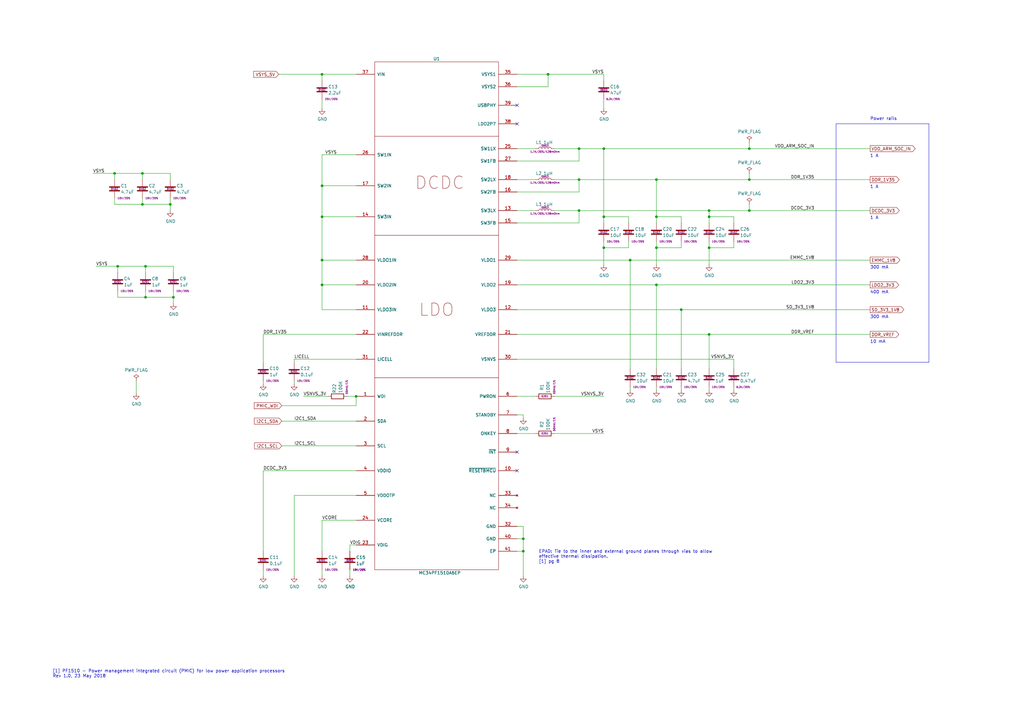
<source format=kicad_sch>
(kicad_sch (version 20230121) (generator eeschema)
  (paper "A3")
  (title_block (title "USB armory Mk II LAN") (date "2023-10-02") (rev "β") (company "WithSecure") (comment 1 "Copyright © WithSecure Corporation") (comment 2 "License: CERN-OHL-S") (comment 3 "https://github.com/usbarmory/usbarmory"))
  (lib_symbols
    (symbol "Device:C" (pin_numbers hide) (pin_names (offset 0.254))
      (property "Reference" "C" (at 0.635 2.54 0))
      (property "Value" "C" (at 0.635 -2.54 0))
      (symbol "C_0_1"
        (polyline (pts (xy -2.032 -0.762) (xy 2.032 -0.762)) (stroke (width 0.508)))
        (polyline (pts (xy -2.032 0.762) (xy 2.032 0.762)) (stroke (width 0.508)))
      )
      (symbol "C_1_1"
        (pin passive line (at 0 3.81 270) (length 2.794) (name "~") (number "1"))
        (pin passive line (at 0 -3.81 90) (length 2.794) (name "~") (number "2"))
      )
    )
    (symbol "Device:L" (pin_numbers hide) (pin_names (offset 1.016) hide)
      (property "Reference" "L" (at -1.27 0 90))
      (property "Value" "L" (at 1.905 0 90))
      (symbol "L_0_1"
        (arc (start 0 -2.54) (mid 0.6323 -1.905) (end 0 -1.27))
        (arc (start 0 -1.27) (mid 0.6323 -0.635) (end 0 0))
        (arc (start 0 0) (mid 0.6323 0.635) (end 0 1.27))
        (arc (start 0 1.27) (mid 0.6323 1.905) (end 0 2.54))
      )
      (symbol "L_1_1"
        (pin passive line (at 0 3.81 270) (length 1.27) (name "1") (number "1"))
        (pin passive line (at 0 -3.81 90) (length 1.27) (name "2") (number "2"))
      )
    )
    (symbol "Device:R" (pin_numbers hide) (pin_names (offset 0))
      (property "Reference" "R" (at 2.032 0 90))
      (property "Value" "R" (at 0 0 90))
      (symbol "R_0_1"
        (rectangle (start -1.016 -2.54) (end 1.016 2.54) (stroke (width 0.254)))
      )
      (symbol "R_1_1"
        (pin passive line (at 0 3.81 270) (length 1.27) (name "~") (number "1"))
        (pin passive line (at 0 -3.81 90) (length 1.27) (name "~") (number "2"))
      )
    )
    (symbol "Power:GND" (power) (pin_names (offset 0))
      (property "Value" "GND" (at 0 -3.81 0))
      (symbol "GND_0_1"
        (polyline (pts (xy 0 0) (xy 0 -1.27) (xy 1.27 -1.27) (xy 0 -2.54) (xy -1.27 -1.27) (xy 0 -1.27)))
      )
      (symbol "GND_1_1"
        (pin power_in line (at 0 0 270) (length 0) hide (name "GND") (number "1"))
      )
    )
    (symbol "Power:PWR_FLAG" (power) (pin_numbers hide) (pin_names (offset 0) hide)
      (property "Value" "PWR_FLAG" (at 0 3.81 0))
      (symbol "PWR_FLAG_0_0"
        (pin power_out line (at 0 0 90) (length 0) (name "pwr") (number "1"))
      )
      (symbol "PWR_FLAG_0_1"
        (polyline (pts (xy 0 0) (xy 0 1.27) (xy -1.016 1.905) (xy 0 2.54) (xy 1.016 1.905) (xy 0 1.27)))
      )
    )
    (symbol "armory-mkII:MC32PF1510A3EP" (pin_names (offset 1.016))
      (property "Reference" "U" (at -25.4 -209.55 0))
      (property "Value" "MC32PF1510A3EP" (at 16.51 -209.55 0))
      (symbol "MC32PF1510A3EP_0_0"
        (polyline (pts (xy -26.67 -129.54) (xy 24.13 -129.54)))
        (text "DCDC" (at 0 -49.53 0) (effects (font (size 5.08 5.08))))
        (text "LDO" (at -1.27 -101.6 0) (effects (font (size 5.08 5.08))))
      )
      (symbol "MC32PF1510A3EP_0_1"
        (polyline (pts (xy -26.67 -30.48) (xy 24.13 -30.48)))
        (polyline (pts (xy 24.13 -71.12) (xy -26.67 -71.12)))
      )
      (symbol "MC32PF1510A3EP_1_1"
        (rectangle (start -26.67 0) (end 24.13 -208.28))
        (pin input line (at -34.29 -137.16 0) (length 7.62) (name "WDI") (number "1"))
        (pin output line (at 31.75 -167.64 180) (length 7.62) (name "~{RESETBMCU}") (number "10"))
        (pin power_in line (at -34.29 -101.6 0) (length 7.62) (name "VLDO3IN") (number "11"))
        (pin power_out line (at 31.75 -101.6 180) (length 7.62) (name "VLDO3") (number "12"))
        (pin power_out line (at 31.75 -60.96 180) (length 7.62) (name "SW3LX") (number "13"))
        (pin power_in line (at -34.29 -63.5 0) (length 7.62) (name "SW3IN") (number "14"))
        (pin input line (at 31.75 -66.04 180) (length 7.62) (name "SW3FB") (number "15"))
        (pin input line (at 31.75 -53.34 180) (length 7.62) (name "SW2FB") (number "16"))
        (pin power_in line (at -34.29 -50.8 0) (length 7.62) (name "SW2IN") (number "17"))
        (pin power_out line (at 31.75 -48.26 180) (length 7.62) (name "SW2LX") (number "18"))
        (pin power_out line (at 31.75 -91.44 180) (length 7.62) (name "VLDO2") (number "19"))
        (pin input line (at -34.29 -147.32 0) (length 7.62) (name "SDA") (number "2"))
        (pin power_in line (at -34.29 -91.44 0) (length 7.62) (name "VLDO2IN") (number "20"))
        (pin power_out line (at 31.75 -111.76 180) (length 7.62) (name "VREFDDR") (number "21"))
        (pin power_in line (at -34.29 -111.76 0) (length 7.62) (name "VINREFDDR") (number "22"))
        (pin input line (at -34.29 -198.12 0) (length 7.62) (name "VDIG") (number "23"))
        (pin input line (at -34.29 -187.96 0) (length 7.62) (name "VCORE") (number "24"))
        (pin power_out line (at 31.75 -35.56 180) (length 7.62) (name "SW1LX") (number "25"))
        (pin power_in line (at -34.29 -38.1 0) (length 7.62) (name "SW1IN") (number "26"))
        (pin input line (at 31.75 -40.64 180) (length 7.62) (name "SW1FB") (number "27"))
        (pin power_in line (at -34.29 -81.28 0) (length 7.62) (name "VLDO1IN") (number "28"))
        (pin power_out line (at 31.75 -81.28 180) (length 7.62) (name "VLDO1") (number "29"))
        (pin input line (at -34.29 -157.48 0) (length 7.62) (name "SCL") (number "3"))
        (pin power_out line (at 31.75 -121.92 180) (length 7.62) (name "VSNVS") (number "30"))
        (pin input line (at -34.29 -121.92 0) (length 7.62) (name "LICELL") (number "31"))
        (pin power_in line (at 31.75 -190.5 180) (length 7.62) (name "GND") (number "32"))
        (pin no_connect line (at 31.75 -177.8 180) (length 7.62) (name "NC") (number "33"))
        (pin no_connect line (at 31.75 -182.88 180) (length 7.62) (name "NC") (number "34"))
        (pin power_out line (at 31.75 -5.08 180) (length 7.62) (name "VSYS1") (number "35"))
        (pin passive line (at 31.75 -10.16 180) (length 7.62) (name "VSYS2") (number "36"))
        (pin power_in line (at -34.29 -5.08 0) (length 7.62) (name "VIN") (number "37"))
        (pin power_out line (at 31.75 -25.4 180) (length 7.62) (name "LDO2P7") (number "38"))
        (pin power_out line (at 31.75 -17.78 180) (length 7.62) (name "USBPHY") (number "39"))
        (pin power_in line (at -34.29 -167.64 0) (length 7.62) (name "VDDIO") (number "4"))
        (pin power_in line (at 31.75 -195.58 180) (length 7.62) (name "GND") (number "40"))
        (pin power_in line (at 31.75 -200.66 180) (length 7.62) (name "EP") (number "41"))
        (pin power_in line (at -34.29 -177.8 0) (length 7.62) (name "VDDOTP") (number "5"))
        (pin input line (at 31.75 -137.16 180) (length 7.62) (name "PWRON") (number "6"))
        (pin input line (at 31.75 -144.78 180) (length 7.62) (name "STANDBY") (number "7"))
        (pin input line (at 31.75 -152.4 180) (length 7.62) (name "ONKEY") (number "8"))
        (pin output line (at 31.75 -160.02 180) (length 7.62) (name "~{INT}") (number "9"))
      )
    )
  )
  (junction (at 132.08 106.68))
  (junction (at 247.65 60.96))
  (junction (at 59.69 109.22))
  (junction (at 132.08 30.48))
  (junction (at 290.83 88.9))
  (junction (at 132.08 76.2))
  (junction (at 290.83 86.36))
  (junction (at 269.24 101.6))
  (junction (at 146.05 162.56))
  (junction (at 237.49 60.96))
  (junction (at 132.08 116.84))
  (junction (at 214.63 226.06))
  (junction (at 307.34 86.36))
  (junction (at 214.63 220.98))
  (junction (at 132.08 88.9))
  (junction (at 247.65 88.9))
  (junction (at 307.34 73.66))
  (junction (at 247.65 101.6))
  (junction (at 269.24 116.84))
  (junction (at 46.99 71.12))
  (junction (at 224.79 30.48))
  (junction (at 58.42 71.12))
  (junction (at 48.26 109.22))
  (junction (at 71.12 121.92))
  (junction (at 269.24 73.66))
  (junction (at 279.4 127))
  (junction (at 237.49 86.36))
  (junction (at 290.83 137.16))
  (junction (at 269.24 88.9))
  (junction (at 58.42 83.82))
  (junction (at 258.445 106.68))
  (junction (at 307.34 60.96))
  (junction (at 237.49 73.66))
  (junction (at 69.85 83.82))
  (junction (at 59.69 121.92))
  (junction (at 290.83 101.6))
  (no_connect (at 212.09 193.04))
  (no_connect (at 212.09 43.18))
  (no_connect (at 212.09 50.8))
  (no_connect (at 212.09 185.42))
  (wire (pts (xy 227.33 73.66) (xy 237.49 73.66)))
  (wire (pts (xy 269.24 91.44) (xy 269.24 88.9)))
  (wire (pts (xy 237.49 60.96) (xy 247.65 60.96)))
  (wire (pts (xy 257.81 101.6) (xy 247.65 101.6)))
  (wire (pts (xy 69.85 83.82) (xy 69.85 86.36)))
  (wire (pts (xy 214.63 215.9) (xy 214.63 220.98)))
  (wire (pts (xy 48.26 109.22) (xy 48.26 111.76)))
  (wire (pts (xy 46.99 83.82) (xy 58.42 83.82)))
  (wire (pts (xy 107.95 193.04) (xy 146.05 193.04)))
  (wire (pts (xy 212.09 127) (xy 279.4 127)))
  (wire (pts (xy 237.49 66.04) (xy 237.49 60.96)))
  (wire (pts (xy 290.83 91.44) (xy 290.83 88.9)))
  (wire (pts (xy 48.26 121.92) (xy 59.69 121.92)))
  (wire (pts (xy 46.99 73.66) (xy 46.99 71.12)))
  (wire (pts (xy 142.24 162.56) (xy 146.05 162.56)))
  (wire (pts (xy 258.445 151.13) (xy 258.445 106.68)))
  (wire (pts (xy 212.09 116.84) (xy 269.24 116.84)))
  (wire (pts (xy 237.49 91.44) (xy 237.49 86.36)))
  (wire (pts (xy 146.05 127) (xy 132.08 127)))
  (wire (pts (xy 107.95 233.68) (xy 107.95 236.22)))
  (wire (pts (xy 307.34 73.66) (xy 356.87 73.66)))
  (wire (pts (xy 279.4 99.06) (xy 279.4 101.6)))
  (wire (pts (xy 212.09 220.98) (xy 214.63 220.98)))
  (wire (pts (xy 269.24 88.9) (xy 269.24 73.66)))
  (wire (pts (xy 212.09 226.06) (xy 214.63 226.06)))
  (wire (pts (xy 132.08 40.64) (xy 132.08 44.45)))
  (wire (pts (xy 212.09 86.36) (xy 219.71 86.36)))
  (wire (pts (xy 212.09 30.48) (xy 224.79 30.48)))
  (wire (pts (xy 212.09 91.44) (xy 237.49 91.44)))
  (wire (pts (xy 146.05 106.68) (xy 132.08 106.68)))
  (wire (pts (xy 279.4 127) (xy 279.4 151.13)))
  (wire (pts (xy 132.08 33.02) (xy 132.08 30.48)))
  (wire (pts (xy 257.81 99.06) (xy 257.81 101.6)))
  (wire (pts (xy 247.65 101.6) (xy 247.65 108.585)))
  (wire (pts (xy 146.05 88.9) (xy 132.08 88.9)))
  (wire (pts (xy 307.34 83.82) (xy 307.34 86.36)))
  (wire (pts (xy 290.83 88.9) (xy 290.83 86.36)))
  (wire (pts (xy 146.05 63.5) (xy 132.08 63.5)))
  (polyline (pts (xy 342.9 148.59) (xy 342.9 50.8)))
  (wire (pts (xy 290.83 158.75) (xy 290.83 160.02)))
  (wire (pts (xy 212.09 147.32) (xy 300.99 147.32)))
  (wire (pts (xy 71.12 121.92) (xy 71.12 124.46)))
  (wire (pts (xy 290.83 86.36) (xy 307.34 86.36)))
  (wire (pts (xy 269.24 99.06) (xy 269.24 101.6)))
  (wire (pts (xy 120.65 203.2) (xy 146.05 203.2)))
  (wire (pts (xy 212.09 66.04) (xy 237.49 66.04)))
  (wire (pts (xy 39.37 109.22) (xy 48.26 109.22)))
  (wire (pts (xy 59.69 111.76) (xy 59.69 109.22)))
  (wire (pts (xy 132.08 88.9) (xy 132.08 106.68)))
  (wire (pts (xy 55.88 156.21) (xy 55.88 161.29)))
  (wire (pts (xy 224.79 30.48) (xy 247.65 30.48)))
  (wire (pts (xy 247.65 88.9) (xy 247.65 91.44)))
  (wire (pts (xy 107.95 137.16) (xy 146.05 137.16)))
  (wire (pts (xy 237.49 73.66) (xy 269.24 73.66)))
  (wire (pts (xy 258.445 106.68) (xy 356.87 106.68)))
  (wire (pts (xy 143.51 233.68) (xy 143.51 236.22)))
  (wire (pts (xy 269.24 73.66) (xy 307.34 73.66)))
  (wire (pts (xy 212.09 78.74) (xy 237.49 78.74)))
  (wire (pts (xy 115.57 182.88) (xy 146.05 182.88)))
  (wire (pts (xy 71.12 111.76) (xy 71.12 109.22)))
  (wire (pts (xy 146.05 76.2) (xy 132.08 76.2)))
  (wire (pts (xy 48.26 109.22) (xy 59.69 109.22)))
  (wire (pts (xy 146.05 116.84) (xy 132.08 116.84)))
  (wire (pts (xy 279.4 127) (xy 356.87 127)))
  (wire (pts (xy 134.62 162.56) (xy 124.46 162.56)))
  (wire (pts (xy 132.08 63.5) (xy 132.08 76.2)))
  (wire (pts (xy 212.09 60.96) (xy 219.71 60.96)))
  (wire (pts (xy 120.65 147.32) (xy 146.05 147.32)))
  (wire (pts (xy 38.1 71.12) (xy 46.99 71.12)))
  (wire (pts (xy 227.33 86.36) (xy 237.49 86.36)))
  (polyline (pts (xy 381 50.8) (xy 381 148.59)))
  (polyline (pts (xy 381 148.59) (xy 342.9 148.59)))
  (wire (pts (xy 107.95 156.21) (xy 107.95 157.48)))
  (wire (pts (xy 59.69 109.22) (xy 71.12 109.22)))
  (wire (pts (xy 227.33 177.8) (xy 247.65 177.8)))
  (wire (pts (xy 114.3 30.48) (xy 132.08 30.48)))
  (wire (pts (xy 120.65 147.32) (xy 120.65 148.59)))
  (wire (pts (xy 300.99 88.9) (xy 300.99 91.44)))
  (wire (pts (xy 269.24 101.6) (xy 269.24 108.585)))
  (wire (pts (xy 214.63 170.18) (xy 214.63 171.45)))
  (wire (pts (xy 59.69 121.92) (xy 71.12 121.92)))
  (wire (pts (xy 247.65 33.02) (xy 247.65 30.48)))
  (wire (pts (xy 107.95 193.04) (xy 107.95 226.06)))
  (wire (pts (xy 132.08 106.68) (xy 132.08 116.84)))
  (wire (pts (xy 269.24 88.9) (xy 279.4 88.9)))
  (wire (pts (xy 307.34 58.42) (xy 307.34 60.96)))
  (wire (pts (xy 258.445 158.75) (xy 258.445 160.02)))
  (wire (pts (xy 132.08 233.68) (xy 132.08 236.22)))
  (wire (pts (xy 247.65 99.06) (xy 247.65 101.6)))
  (wire (pts (xy 247.65 60.96) (xy 307.34 60.96)))
  (wire (pts (xy 69.85 71.12) (xy 69.85 73.66)))
  (wire (pts (xy 237.49 86.36) (xy 290.83 86.36)))
  (wire (pts (xy 132.08 213.36) (xy 146.05 213.36)))
  (wire (pts (xy 227.33 60.96) (xy 237.49 60.96)))
  (wire (pts (xy 219.71 162.56) (xy 212.09 162.56)))
  (polyline (pts (xy 342.9 50.8) (xy 381 50.8)))
  (wire (pts (xy 115.57 166.37) (xy 146.05 166.37)))
  (wire (pts (xy 247.65 40.64) (xy 247.65 44.45)))
  (wire (pts (xy 146.05 223.52) (xy 143.51 223.52)))
  (wire (pts (xy 290.83 88.9) (xy 300.99 88.9)))
  (wire (pts (xy 212.09 35.56) (xy 224.79 35.56)))
  (wire (pts (xy 143.51 223.52) (xy 143.51 226.06)))
  (wire (pts (xy 58.42 71.12) (xy 69.85 71.12)))
  (wire (pts (xy 132.08 116.84) (xy 132.08 127)))
  (wire (pts (xy 212.09 137.16) (xy 290.83 137.16)))
  (wire (pts (xy 214.63 220.98) (xy 214.63 226.06)))
  (wire (pts (xy 71.12 119.38) (xy 71.12 121.92)))
  (wire (pts (xy 279.4 158.75) (xy 279.4 160.02)))
  (wire (pts (xy 307.34 86.36) (xy 356.87 86.36)))
  (wire (pts (xy 279.4 88.9) (xy 279.4 91.44)))
  (wire (pts (xy 48.26 119.38) (xy 48.26 121.92)))
  (wire (pts (xy 132.08 30.48) (xy 146.05 30.48)))
  (wire (pts (xy 300.99 147.32) (xy 300.99 151.13)))
  (wire (pts (xy 247.65 60.96) (xy 247.65 88.9)))
  (wire (pts (xy 58.42 83.82) (xy 69.85 83.82)))
  (wire (pts (xy 269.24 116.84) (xy 356.87 116.84)))
  (wire (pts (xy 212.09 106.68) (xy 258.445 106.68)))
  (wire (pts (xy 132.08 213.36) (xy 132.08 226.06)))
  (wire (pts (xy 59.69 119.38) (xy 59.69 121.92)))
  (wire (pts (xy 279.4 101.6) (xy 269.24 101.6)))
  (wire (pts (xy 247.65 88.9) (xy 257.81 88.9)))
  (wire (pts (xy 257.81 88.9) (xy 257.81 91.44)))
  (wire (pts (xy 237.49 78.74) (xy 237.49 73.66)))
  (wire (pts (xy 307.34 71.12) (xy 307.34 73.66)))
  (wire (pts (xy 120.65 203.2) (xy 120.65 236.22)))
  (wire (pts (xy 269.24 158.75) (xy 269.24 160.02)))
  (wire (pts (xy 214.63 226.06) (xy 214.63 236.22)))
  (wire (pts (xy 46.99 81.28) (xy 46.99 83.82)))
  (wire (pts (xy 120.65 156.21) (xy 120.65 157.48)))
  (wire (pts (xy 269.24 151.13) (xy 269.24 116.84)))
  (wire (pts (xy 46.99 71.12) (xy 58.42 71.12)))
  (wire (pts (xy 307.34 60.96) (xy 356.87 60.96)))
  (wire (pts (xy 300.99 101.6) (xy 290.83 101.6)))
  (wire (pts (xy 69.85 81.28) (xy 69.85 83.82)))
  (wire (pts (xy 132.08 76.2) (xy 132.08 88.9)))
  (wire (pts (xy 212.09 170.18) (xy 214.63 170.18)))
  (wire (pts (xy 107.95 137.16) (xy 107.95 148.59)))
  (wire (pts (xy 300.99 99.06) (xy 300.99 101.6)))
  (wire (pts (xy 290.83 99.06) (xy 290.83 101.6)))
  (wire (pts (xy 227.33 162.56) (xy 247.65 162.56)))
  (wire (pts (xy 212.09 73.66) (xy 219.71 73.66)))
  (wire (pts (xy 58.42 73.66) (xy 58.42 71.12)))
  (wire (pts (xy 146.05 166.37) (xy 146.05 162.56)))
  (wire (pts (xy 58.42 81.28) (xy 58.42 83.82)))
  (wire (pts (xy 224.79 35.56) (xy 224.79 30.48)))
  (wire (pts (xy 300.99 158.75) (xy 300.99 160.02)))
  (wire (pts (xy 212.09 177.8) (xy 219.71 177.8)))
  (wire (pts (xy 115.57 172.72) (xy 146.05 172.72)))
  (wire (pts (xy 290.83 101.6) (xy 290.83 108.585)))
  (wire (pts (xy 290.83 137.16) (xy 356.87 137.16)))
  (wire (pts (xy 212.09 215.9) (xy 214.63 215.9)))
  (wire (pts (xy 290.83 137.16) (xy 290.83 151.13)))
  (text "Power rails" (at 356.87 49.53 0) (effects (font (size 1.27 1.27)) (justify left bottom)))
  (text "1 A" (at 356.87 64.77 0) (effects (font (size 1.27 1.27)) (justify left bottom)))
  (text "300 mA" (at 356.87 130.81 0) (effects (font (size 1.27 1.27)) (justify left bottom)))
  (text "300 mA" (at 356.87 110.49 0) (effects (font (size 1.27 1.27)) (justify left bottom)))
  (text "EPAD: Tie to the inner and external ground planes through vias to allow\neffective thermal dissipation.\n[1] pg 8" (at 220.98 231.14 0) (effects (font (size 1.27 1.27)) (justify left bottom)))
  (text "10 mA" (at 356.87 140.97 0) (effects (font (size 1.27 1.27)) (justify left bottom)))
  (text "1 A" (at 356.87 90.17 0) (effects (font (size 1.27 1.27)) (justify left bottom)))
  (text "[1] PF1510 - Power management integrated circuit (PMIC) for low power application processors\nRev 1.0, 23 May 2018" (at 21.59 278.13 0) (effects (font (size 1.27 1.27)) (justify left bottom)))
  (text "400 mA" (at 356.87 120.65 0) (effects (font (size 1.27 1.27)) (justify left bottom)))
  (text "1 A" (at 356.87 77.47 0) (effects (font (size 1.27 1.27)) (justify left bottom)))
  (label "DDR_VREF" (at 334.01 137.16 180))
  (label "DCDC_3V3" (at 334.01 86.36 180))
  (label "VCORE" (at 132.08 213.36 0))
  (label "VSNVS_3V" (at 247.65 162.56 180))
  (label "DDR_1V35" (at 334.01 73.66 180))
  (label "VSNVS_3V" (at 124.46 162.56 0))
  (label "VDIG" (at 143.51 223.52 0))
  (label "VSYS" (at 247.65 177.8 180))
  (label "LICELL" (at 120.65 147.32 0))
  (label "DCDC_3V3" (at 107.95 193.04 0))
  (label "DDR_1V35" (at 107.95 137.16 0))
  (label "SD_3V3_1V8" (at 334.01 127 180))
  (label "I2C1_SCL" (at 120.65 182.88 0))
  (label "VSYS" (at 39.37 109.22 0))
  (label "VSYS" (at 38.1 71.12 0))
  (label "VSNVS_3V" (at 300.99 147.32 180))
  (label "EMMC_1V8" (at 334.01 106.68 180))
  (label "VDD_ARM_SOC_IN" (at 334.01 60.96 180))
  (label "VSYS" (at 247.65 30.48 180))
  (label "VSYS" (at 133.35 63.5 0))
  (label "LDO2_3V3" (at 334.01 116.84 180))
  (label "I2C1_SDA" (at 120.65 172.72 0))
  (global_label "SD_3V3_1V8" (shape output) (at 356.87 127 0) (property "Intersheetrefs" "${INTERSHEET_REFS}" (effects hide)))
  (global_label "I2C1_SDA" (shape input) (at 115.57 172.72 180) (property "Intersheetrefs" "${INTERSHEET_REFS}" (effects hide)))
  (global_label "DDR_VREF" (shape output) (at 356.87 137.16 0) (property "Intersheetrefs" "${INTERSHEET_REFS}" (effects hide)))
  (global_label "DDR_1V35" (shape output) (at 356.87 73.66 0) (property "Intersheetrefs" "${INTERSHEET_REFS}" (effects hide)))
  (global_label "PMIC_WDI" (shape input) (at 115.57 166.37 180) (property "Intersheetrefs" "${INTERSHEET_REFS}" (effects hide)))
  (global_label "I2C1_SCL" (shape input) (at 115.57 182.88 180) (property "Intersheetrefs" "${INTERSHEET_REFS}" (effects hide)))
  (global_label "LDO2_3V3" (shape output) (at 356.87 116.84 0) (property "Intersheetrefs" "${INTERSHEET_REFS}" (effects hide)))
  (global_label "VDD_ARM_SOC_IN" (shape output) (at 356.87 60.96 0) (property "Intersheetrefs" "${INTERSHEET_REFS}" (effects hide)))
  (global_label "VSYS_5V" (shape input) (at 114.3 30.48 180) (property "Intersheetrefs" "${INTERSHEET_REFS}" (effects hide)))
  (global_label "EMMC_1V8" (shape output) (at 356.87 106.68 0) (property "Intersheetrefs" "${INTERSHEET_REFS}" (effects hide)))
  (global_label "DCDC_3V3" (shape output) (at 356.87 86.36 0) (property "Intersheetrefs" "${INTERSHEET_REFS}" (effects hide)))
  (symbol (lib_id "Power:GND") (at 214.63 236.22 0) (unit 1)
    (property "Reference" "#PWR014" (effects hide))
    (property "Value" "GND" (at 214.757 240.6142 0))
  )
  (symbol (lib_id "Power:GND") (at 120.65 157.48 0) (unit 1)
    (property "Reference" "#PWR08" (effects hide))
    (property "Value" "GND" (at 120.777 161.8742 0))
  )
  (symbol (lib_id "Power:GND") (at 71.12 124.46 0) (unit 1)
    (property "Reference" "#PWR05" (effects hide))
    (property "Value" "GND" (at 71.247 128.8542 0))
  )
  (symbol (lib_id "Power:GND") (at 69.85 86.36 0) (unit 1)
    (property "Reference" "#PWR02" (effects hide))
    (property "Value" "GND" (at 69.977 90.7542 0))
  )
  (symbol (lib_id "Power:GND") (at 269.24 160.02 0) (unit 1)
    (property "Reference" "#PWR019" (effects hide))
    (property "Value" "GND" (at 269.367 164.4142 0))
  )
  (symbol (lib_id "Power:GND") (at 279.4 160.02 0) (unit 1)
    (property "Reference" "#PWR020" (effects hide))
    (property "Value" "GND" (at 279.527 164.4142 0))
  )
  (symbol (lib_id "Device:C") (at 300.99 154.94 0) (unit 1)
    (property "Reference" "C27" (at 303.53 153.67 0) (effects (justify left)))
    (property "Value" "0.47uF" (at 303.53 156.21 0) (effects (justify left)))
    (property "Footprint" "armory-kicad:SM0201" (effects hide))
    (property "Mfg" "Murata Electronics North America" (effects hide))
    (property "Mfg PN" "GRM033R60J474ME90D" (effects hide))
    (property "Desc" "X5R, 20%, 6.3V" (effects hide))
    (property "Supplier" "Digikey" (effects hide))
    (property "Supplier PN" "490-10410-2-ND" (effects hide))
    (property "FP" "0201" (at 300.99 154.94 0) (effects (font (size 0.762 0.762))))
    (property "Rating" "6.3V/20%" (at 304.8 158.75 0) (effects (font (size 0.762 0.762))))
  )
  (symbol (lib_id "Power:GND") (at 300.99 160.02 0) (unit 1)
    (property "Reference" "#PWR023" (effects hide))
    (property "Value" "GND" (at 301.117 164.4142 0))
  )
  (symbol (lib_id "Device:L") (at 223.52 60.96 90) (unit 1)
    (property "Reference" "L1" (at 220.98 58.42 90))
    (property "Value" "1uH" (at 224.79 58.42 90))
    (property "Footprint" "armory-kicad:SM0603" (effects hide))
    (property "Mfg" "Murata Electronics North America" (effects hide))
    (property "Mfg PN" "DFE18SAN1R0MG0L" (effects hide))
    (property "Desc" "20%, 1.7A, 128 mOhm" (effects hide))
    (property "Supplier" "Digikey" (effects hide))
    (property "Supplier PN" "490-16577-1-ND" (effects hide))
    (property "FP" "0603" (at 223.52 59.69 90) (effects (font (size 0.762 0.762))))
    (property "Rating" "1.7A/20%/128mOhm" (at 223.52 62.23 90) (effects (font (size 0.762 0.762))))
  )
  (symbol (lib_id "Power:GND") (at 247.65 108.585 0) (unit 1)
    (property "Reference" "#PWR016" (effects hide))
    (property "Value" "GND" (at 247.777 112.9792 0))
  )
  (symbol (lib_id "Power:GND") (at 269.24 108.585 0) (unit 1)
    (property "Reference" "#PWR018" (effects hide))
    (property "Value" "GND" (at 269.367 112.9792 0))
  )
  (symbol (lib_id "Power:GND") (at 290.83 108.585 0) (unit 1)
    (property "Reference" "#PWR021" (effects hide))
    (property "Value" "GND" (at 290.957 112.9792 0))
  )
  (symbol (lib_id "Power:GND") (at 290.83 160.02 0) (unit 1)
    (property "Reference" "#PWR022" (effects hide))
    (property "Value" "GND" (at 290.957 164.4142 0))
  )
  (symbol (lib_id "armory-mkII:MC32PF1510A3EP") (at 180.34 25.4 0) (unit 1)
    (property "Reference" "U1" (at 179.07 24.13 0))
    (property "Value" "MC34PF1510A6EP" (at 180.34 234.95 0))
    (property "Footprint" "armory-kicad:SOT1369-4" (effects hide))
    (property "Datasheet" "https://www.nxp.com/docs/en/data-sheet/PF1510.pdf" (effects hide))
    (property "Mfg" "NXP" (effects hide))
    (property "Mfg PN" "MC34PF1510A6EP" (effects hide))
    (property "Desc" "PMIC" (effects hide))
    (property "Supplier" "Digikey" (effects hide))
    (property "Supplier PN" "568-14653-1-ND" (effects hide))
    (property "Alternative PN" "MC32PF1510A6EP" (effects hide))
  )
  (symbol (lib_id "Power:PWR_FLAG") (at 307.34 83.82 0) (unit 1)
    (property "Reference" "#FLG04" (effects hide))
    (property "Value" "PWR_FLAG" (at 307.34 79.4004 0))
  )
  (symbol (lib_id "Power:PWR_FLAG") (at 307.34 71.12 0) (unit 1)
    (property "Reference" "#FLG03" (effects hide))
    (property "Value" "PWR_FLAG" (at 307.34 66.7004 0))
  )
  (symbol (lib_id "Power:PWR_FLAG") (at 307.34 58.42 0) (unit 1)
    (property "Reference" "#FLG02" (effects hide))
    (property "Value" "PWR_FLAG" (at 307.34 54.0004 0))
  )
  (symbol (lib_id "Power:GND") (at 143.51 236.22 0) (unit 1)
    (property "Reference" "#PWR012" (effects hide))
    (property "Value" "GND" (at 143.637 240.6142 0))
  )
  (symbol (lib_id "Power:GND") (at 132.08 236.22 0) (unit 1)
    (property "Reference" "#PWR011" (effects hide))
    (property "Value" "GND" (at 132.207 240.6142 0))
  )
  (symbol (lib_id "Power:GND") (at 120.65 236.22 0) (unit 1)
    (property "Reference" "#PWR09" (effects hide))
    (property "Value" "GND" (at 120.777 240.6142 0))
  )
  (symbol (lib_id "Device:C") (at 247.65 36.83 0) (unit 1)
    (property "Reference" "C16" (at 250.19 35.56 0) (effects (justify left)))
    (property "Value" "47uF" (at 250.19 38.1 0) (effects (justify left)))
    (property "Footprint" "armory-kicad:SM0603" (effects hide))
    (property "Mfg" "Murata Electronics North America" (effects hide))
    (property "Mfg PN" "GRM188R60J476ME15D" (effects hide))
    (property "Desc" "X5R, 20%, 6.3V" (effects hide))
    (property "Supplier" "Digikey" (effects hide))
    (property "Supplier PN" "490-13247-1-ND" (effects hide))
    (property "FP" "0603" (at 247.65 36.83 0) (effects (font (size 0.762 0.762))))
    (property "Rating" "6.3V/20%" (at 251.46 40.64 0) (effects (font (size 0.762 0.762))))
    (property "Alternative PN" "06036D476MAT2A" (effects hide))
  )
  (symbol (lib_id "Power:GND") (at 247.65 44.45 0) (unit 1)
    (property "Reference" "#PWR015" (effects hide))
    (property "Value" "GND" (at 247.777 48.8442 0))
  )
  (symbol (lib_id "Power:GND") (at 132.08 44.45 0) (unit 1)
    (property "Reference" "#PWR010" (effects hide))
    (property "Value" "GND" (at 132.207 48.8442 0))
  )
  (symbol (lib_id "Device:R") (at 138.43 162.56 90) (unit 1)
    (property "Reference" "R22" (at 137.16 161.29 0) (effects (justify left)))
    (property "Value" "100K" (at 139.7 161.29 0) (effects (justify left)))
    (property "Footprint" "armory-kicad:SM0201" (effects hide))
    (property "Mfg" "Vishay Dale" (effects hide))
    (property "Mfg PN" "CRCW0201100KJNED" (effects hide))
    (property "Desc" "5%, 50mW" (effects hide))
    (property "Supplier" "Digikey" (effects hide))
    (property "Supplier PN" "541-100KAGTR-ND" (effects hide))
    (property "Rating" "50mW/1%" (at 142.24 158.75 0) (effects (font (size 0.762 0.762))))
    (property "FP" "0201" (effects hide))
  )
  (symbol (lib_id "Device:C") (at 46.99 77.47 0) (unit 1)
    (property "Reference" "C1" (at 49.53 76.2 0) (effects (justify left)))
    (property "Value" "4.7uF" (at 49.53 78.74 0) (effects (justify left)))
    (property "Footprint" "armory-kicad:SM0402" (effects hide))
    (property "Mfg" "Murata Electronics North America" (effects hide))
    (property "Mfg PN" "ZRB15XR61A475ME01D" (effects hide))
    (property "Desc" "X5R, 20%, 10V" (effects hide))
    (property "Supplier" "Digikey" (effects hide))
    (property "Supplier PN" "490-10984-1-ND" (effects hide))
    (property "FP" "0402" (at 46.99 77.47 0) (effects (font (size 0.762 0.762))))
    (property "Rating" "10V/20%" (at 50.8 81.28 0) (effects (font (size 0.762 0.762))))
  )
  (symbol (lib_id "Device:C") (at 58.42 77.47 0) (unit 1)
    (property "Reference" "C2" (at 60.96 76.2 0) (effects (justify left)))
    (property "Value" "4.7uF" (at 60.96 78.74 0) (effects (justify left)))
    (property "Footprint" "armory-kicad:SM0402" (effects hide))
    (property "Mfg" "Murata Electronics North America" (effects hide))
    (property "Mfg PN" "ZRB15XR61A475ME01D" (effects hide))
    (property "Desc" "X5R, 20%, 10V" (effects hide))
    (property "Supplier" "Digikey" (effects hide))
    (property "Supplier PN" "490-10984-1-ND" (effects hide))
    (property "FP" "0402" (at 58.42 77.47 0) (effects (font (size 0.762 0.762))))
    (property "Rating" "10V/20%" (at 62.23 81.28 0) (effects (font (size 0.762 0.762))))
  )
  (symbol (lib_id "Device:C") (at 69.85 77.47 0) (unit 1)
    (property "Reference" "C3" (at 72.39 76.2 0) (effects (justify left)))
    (property "Value" "4.7uF" (at 72.39 78.74 0) (effects (justify left)))
    (property "Footprint" "armory-kicad:SM0402" (effects hide))
    (property "Mfg" "Murata Electronics North America" (effects hide))
    (property "Mfg PN" "ZRB15XR61A475ME01D" (effects hide))
    (property "Desc" "X5R, 20%, 10V" (effects hide))
    (property "Supplier" "Digikey" (effects hide))
    (property "Supplier PN" "490-10984-1-ND" (effects hide))
    (property "FP" "0402" (at 69.85 77.47 0) (effects (font (size 0.762 0.762))))
    (property "Rating" "10V/20%" (at 73.66 81.28 0) (effects (font (size 0.762 0.762))))
  )
  (symbol (lib_id "Device:C") (at 48.26 115.57 0) (unit 1)
    (property "Reference" "C4" (at 50.8 114.3 0) (effects (justify left)))
    (property "Value" "1uF" (at 50.8 116.84 0) (effects (justify left)))
    (property "Footprint" "armory-kicad:SM0201" (effects hide))
    (property "Mfg" "Murata Electronics North America" (effects hide))
    (property "Mfg PN" "GRM033R61A105ME15D" (effects hide))
    (property "Desc" "X5R, 20%, 10V" (effects hide))
    (property "Supplier" "Digikey" (effects hide))
    (property "Supplier PN" "490-13226-2-ND" (effects hide))
    (property "FP" "0201" (at 48.26 115.57 0) (effects (font (size 0.762 0.762))))
    (property "Rating" "10V/20%" (at 52.07 119.38 0) (effects (font (size 0.762 0.762))))
    (property "Alternative PN" "CL03A105KP3NSNC" (effects hide))
  )
  (symbol (lib_id "Device:C") (at 59.69 115.57 0) (unit 1)
    (property "Reference" "C8" (at 62.23 114.3 0) (effects (justify left)))
    (property "Value" "1uF" (at 62.23 116.84 0) (effects (justify left)))
    (property "Footprint" "armory-kicad:SM0201" (effects hide))
    (property "Mfg" "Murata Electronics North America" (effects hide))
    (property "Mfg PN" "GRM033R61A105ME15D" (effects hide))
    (property "Desc" "X5R, 20%, 10V" (effects hide))
    (property "Supplier" "Digikey" (effects hide))
    (property "Supplier PN" "490-13226-2-ND" (effects hide))
    (property "FP" "0201" (at 59.69 115.57 0) (effects (font (size 0.762 0.762))))
    (property "Rating" "10V/20%" (at 63.5 119.38 0) (effects (font (size 0.762 0.762))))
    (property "Alternative PN" "CL03A105KP3NSNC" (effects hide))
  )
  (symbol (lib_id "Device:C") (at 71.12 115.57 0) (unit 1)
    (property "Reference" "C9" (at 73.66 114.3 0) (effects (justify left)))
    (property "Value" "1uF" (at 73.66 116.84 0) (effects (justify left)))
    (property "Footprint" "armory-kicad:SM0201" (effects hide))
    (property "Mfg" "Murata Electronics North America" (effects hide))
    (property "Mfg PN" "GRM033R61A105ME15D" (effects hide))
    (property "Desc" "X5R, 20%, 10V" (effects hide))
    (property "Supplier" "Digikey" (effects hide))
    (property "Supplier PN" "490-13226-2-ND" (effects hide))
    (property "FP" "0201" (at 71.12 115.57 0) (effects (font (size 0.762 0.762))))
    (property "Rating" "10V/20%" (at 74.93 119.38 0) (effects (font (size 0.762 0.762))))
    (property "Alternative PN" "CL03A105KP3NSNC" (effects hide))
  )
  (symbol (lib_id "Device:C") (at 120.65 152.4 0) (unit 1)
    (property "Reference" "C12" (at 123.19 151.13 0) (effects (justify left)))
    (property "Value" "0.1uF" (at 123.19 153.67 0) (effects (justify left)))
    (property "Footprint" "armory-kicad:SM0201" (effects hide))
    (property "Mfg" "Murata Electronics North America" (effects hide))
    (property "Mfg PN" "GRM033R61A104ME15D" (effects hide))
    (property "Desc" "X5R, 20%, 10V" (effects hide))
    (property "Supplier" "Digikey" (effects hide))
    (property "Supplier PN" "490-5405-2-ND" (effects hide))
    (property "FP" "0201" (at 120.65 152.4 0) (effects (font (size 0.762 0.762))))
    (property "Rating" "10V/20%" (at 124.46 156.21 0) (effects (font (size 0.762 0.762))))
  )
  (symbol (lib_id "Device:C") (at 107.95 152.4 0) (unit 1)
    (property "Reference" "C10" (at 110.49 151.13 0) (effects (justify left)))
    (property "Value" "1uF" (at 110.49 153.67 0) (effects (justify left)))
    (property "Footprint" "armory-kicad:SM0201" (effects hide))
    (property "Mfg" "Murata Electronics North America" (effects hide))
    (property "Mfg PN" "GRM033R61A105ME15D" (effects hide))
    (property "Desc" "X5R, 20%, 10V" (effects hide))
    (property "Supplier" "Digikey" (effects hide))
    (property "Supplier PN" "490-13226-2-ND" (effects hide))
    (property "FP" "0201" (at 107.95 152.4 0) (effects (font (size 0.762 0.762))))
    (property "Rating" "10V/20%" (at 111.76 156.21 0) (effects (font (size 0.762 0.762))))
    (property "Alternative PN" "CL03A105KP3NSNC" (effects hide))
  )
  (symbol (lib_id "Device:C") (at 107.95 229.87 0) (unit 1)
    (property "Reference" "C11" (at 110.49 228.6 0) (effects (justify left)))
    (property "Value" "0.1uF" (at 110.49 231.14 0) (effects (justify left)))
    (property "Footprint" "armory-kicad:SM0201" (effects hide))
    (property "Mfg" "Murata Electronics North America" (effects hide))
    (property "Mfg PN" "GRM033R61A104ME15D" (effects hide))
    (property "Desc" "X5R, 20%, 10V" (effects hide))
    (property "Supplier" "Digikey" (effects hide))
    (property "Supplier PN" "490-5405-2-ND" (effects hide))
    (property "FP" "0201" (at 107.95 229.87 0) (effects (font (size 0.762 0.762))))
    (property "Rating" "10V/20%" (at 111.76 233.68 0) (effects (font (size 0.762 0.762))))
  )
  (symbol (lib_id "Device:C") (at 132.08 229.87 0) (unit 1)
    (property "Reference" "C14" (at 134.62 228.6 0) (effects (justify left)))
    (property "Value" "1uF" (at 134.62 231.14 0) (effects (justify left)))
    (property "Footprint" "armory-kicad:SM0201" (effects hide))
    (property "Mfg" "Murata Electronics North America" (effects hide))
    (property "Mfg PN" "GRM033R61A105ME15D" (effects hide))
    (property "Desc" "X5R, 20%, 10V" (effects hide))
    (property "Supplier" "Digikey" (effects hide))
    (property "Supplier PN" "490-13226-2-ND" (effects hide))
    (property "FP" "0201" (at 132.08 229.87 0) (effects (font (size 0.762 0.762))))
    (property "Rating" "10V/20%" (at 135.89 233.68 0) (effects (font (size 0.762 0.762))))
    (property "Alternative PN" "CL03A105KP3NSNC" (effects hide))
  )
  (symbol (lib_id "Device:C") (at 143.51 229.87 0) (unit 1)
    (property "Reference" "C15" (at 146.05 228.6 0) (effects (justify left)))
    (property "Value" "1uF" (at 146.05 231.14 0) (effects (justify left)))
    (property "Footprint" "armory-kicad:SM0201" (effects hide))
    (property "Mfg" "Murata Electronics North America" (effects hide))
    (property "Mfg PN" "GRM033R61A105ME15D" (effects hide))
    (property "Desc" "X5R, 20%, 10V" (effects hide))
    (property "Supplier" "Digikey" (effects hide))
    (property "Supplier PN" "490-13226-2-ND" (effects hide))
    (property "FP" "0201" (at 143.51 229.87 0) (effects (font (size 0.762 0.762))))
    (property "Rating" "10V/20%" (at 147.32 233.68 0) (effects (font (size 0.762 0.762))))
    (property "Alternative PN" "CL03A105KP3NSNC" (effects hide))
  )
  (symbol (lib_id "Device:C") (at 269.24 154.94 0) (unit 1)
    (property "Reference" "C21" (at 271.78 153.67 0) (effects (justify left)))
    (property "Value" "10uF" (at 271.78 156.21 0) (effects (justify left)))
    (property "Footprint" "armory-kicad:SM0402" (effects hide))
    (property "Mfg" "Samsung Electro-Mechanics" (effects hide))
    (property "Mfg PN" "CL05A106MP8NUB8" (effects hide))
    (property "Desc" "X5R, 20%, 10V" (effects hide))
    (property "Supplier" "Digikey" (effects hide))
    (property "Supplier PN" "1276-6830-1-ND" (effects hide))
    (property "FP" "0402" (at 269.24 154.94 0) (effects (font (size 0.762 0.762))))
    (property "Rating" "10V/20%" (at 273.05 158.75 0) (effects (font (size 0.762 0.762))))
  )
  (symbol (lib_id "Device:C") (at 279.4 154.94 0) (unit 1)
    (property "Reference" "C23" (at 281.94 153.67 0) (effects (justify left)))
    (property "Value" "4.7uF" (at 281.94 156.21 0) (effects (justify left)))
    (property "Footprint" "armory-kicad:SM0402" (effects hide))
    (property "Mfg" "Murata Electronics North America" (effects hide))
    (property "Mfg PN" "ZRB15XR61A475ME01D" (effects hide))
    (property "Desc" "X5R, 20%, 10V" (effects hide))
    (property "Supplier" "Digikey" (effects hide))
    (property "Supplier PN" "490-10984-1-ND" (effects hide))
    (property "FP" "0402" (at 279.4 154.94 0) (effects (font (size 0.762 0.762))))
    (property "Rating" "10V/20%" (at 283.21 158.75 0) (effects (font (size 0.762 0.762))))
  )
  (symbol (lib_id "Device:C") (at 290.83 154.94 0) (unit 1)
    (property "Reference" "C25" (at 293.37 153.67 0) (effects (justify left)))
    (property "Value" "1uF" (at 293.37 156.21 0) (effects (justify left)))
    (property "Footprint" "armory-kicad:SM0201" (effects hide))
    (property "Mfg" "Murata Electronics North America" (effects hide))
    (property "Mfg PN" "GRM033R61A105ME15D" (effects hide))
    (property "Desc" "X5R, 20%, 10V" (effects hide))
    (property "Supplier" "Digikey" (effects hide))
    (property "Supplier PN" "490-13226-2-ND" (effects hide))
    (property "FP" "0201" (at 290.83 154.94 0) (effects (font (size 0.762 0.762))))
    (property "Rating" "10V/20%" (at 294.64 158.75 0) (effects (font (size 0.762 0.762))))
    (property "Alternative PN" "CL03A105KP3NSNC" (effects hide))
  )
  (symbol (lib_id "Device:C") (at 247.65 95.25 0) (unit 1)
    (property "Reference" "C17" (at 250.19 93.98 0) (effects (justify left)))
    (property "Value" "10uF" (at 250.19 96.52 0) (effects (justify left)))
    (property "Footprint" "armory-kicad:SM0402" (effects hide))
    (property "Mfg" "Samsung Electro-Mechanics" (effects hide))
    (property "Mfg PN" "CL05A106MP8NUB8" (effects hide))
    (property "Desc" "X5R, 20%, 10V" (effects hide))
    (property "Supplier" "Digikey" (effects hide))
    (property "Supplier PN" "1276-6830-1-ND" (effects hide))
    (property "FP" "0402" (at 247.65 95.25 0) (effects (font (size 0.762 0.762))))
    (property "Rating" "10V/20%" (at 251.46 99.06 0) (effects (font (size 0.762 0.762))))
  )
  (symbol (lib_id "Device:C") (at 257.81 95.25 0) (unit 1)
    (property "Reference" "C18" (at 260.35 93.98 0) (effects (justify left)))
    (property "Value" "10uF" (at 260.35 96.52 0) (effects (justify left)))
    (property "Footprint" "armory-kicad:SM0402" (effects hide))
    (property "Mfg" "Samsung Electro-Mechanics" (effects hide))
    (property "Mfg PN" "CL05A106MP8NUB8" (effects hide))
    (property "Desc" "X5R, 20%, 10V" (effects hide))
    (property "Supplier" "Digikey" (effects hide))
    (property "Supplier PN" "1276-6830-1-ND" (effects hide))
    (property "FP" "0402" (at 257.81 95.25 0) (effects (font (size 0.762 0.762))))
    (property "Rating" "10V/20%" (at 261.62 99.06 0) (effects (font (size 0.762 0.762))))
  )
  (symbol (lib_id "Device:C") (at 269.24 95.25 0) (unit 1)
    (property "Reference" "C20" (at 271.78 93.98 0) (effects (justify left)))
    (property "Value" "10uF" (at 271.78 96.52 0) (effects (justify left)))
    (property "Footprint" "armory-kicad:SM0402" (effects hide))
    (property "Mfg" "Samsung Electro-Mechanics" (effects hide))
    (property "Mfg PN" "CL05A106MP8NUB8" (effects hide))
    (property "Desc" "X5R, 20%, 10V" (effects hide))
    (property "Supplier" "Digikey" (effects hide))
    (property "Supplier PN" "1276-6830-1-ND" (effects hide))
    (property "FP" "0402" (at 269.24 95.25 0) (effects (font (size 0.762 0.762))))
    (property "Rating" "10V/20%" (at 273.05 99.06 0) (effects (font (size 0.762 0.762))))
  )
  (symbol (lib_id "Device:C") (at 279.4 95.25 0) (unit 1)
    (property "Reference" "C22" (at 281.94 93.98 0) (effects (justify left)))
    (property "Value" "10uF" (at 281.94 96.52 0) (effects (justify left)))
    (property "Footprint" "armory-kicad:SM0402" (effects hide))
    (property "Mfg" "Samsung Electro-Mechanics" (effects hide))
    (property "Mfg PN" "CL05A106MP8NUB8" (effects hide))
    (property "Desc" "X5R, 20%, 10V" (effects hide))
    (property "Supplier" "Digikey" (effects hide))
    (property "Supplier PN" "1276-6830-1-ND" (effects hide))
    (property "FP" "0402" (at 279.4 95.25 0) (effects (font (size 0.762 0.762))))
    (property "Rating" "10V/20%" (at 283.21 99.06 0) (effects (font (size 0.762 0.762))))
  )
  (symbol (lib_id "Device:C") (at 290.83 95.25 0) (unit 1)
    (property "Reference" "C24" (at 293.37 93.98 0) (effects (justify left)))
    (property "Value" "10uF" (at 293.37 96.52 0) (effects (justify left)))
    (property "Footprint" "armory-kicad:SM0402" (effects hide))
    (property "Mfg" "Samsung Electro-Mechanics" (effects hide))
    (property "Mfg PN" "CL05A106MP8NUB8" (effects hide))
    (property "Desc" "X5R, 20%, 10V" (effects hide))
    (property "Supplier" "Digikey" (effects hide))
    (property "Supplier PN" "1276-6830-1-ND" (effects hide))
    (property "FP" "0402" (at 290.83 95.25 0) (effects (font (size 0.762 0.762))))
    (property "Rating" "10V/20%" (at 294.64 99.06 0) (effects (font (size 0.762 0.762))))
  )
  (symbol (lib_id "Device:C") (at 300.99 95.25 0) (unit 1)
    (property "Reference" "C26" (at 303.53 93.98 0) (effects (justify left)))
    (property "Value" "10uF" (at 303.53 96.52 0) (effects (justify left)))
    (property "Footprint" "armory-kicad:SM0402" (effects hide))
    (property "Mfg" "Samsung Electro-Mechanics" (effects hide))
    (property "Mfg PN" "CL05A106MP8NUB8" (effects hide))
    (property "Desc" "X5R, 20%, 10V" (effects hide))
    (property "Supplier" "Digikey" (effects hide))
    (property "Supplier PN" "1276-6830-1-ND" (effects hide))
    (property "FP" "0402" (at 300.99 95.25 0) (effects (font (size 0.762 0.762))))
    (property "Rating" "10V/20%" (at 304.8 99.06 0) (effects (font (size 0.762 0.762))))
  )
  (symbol (lib_id "Device:L") (at 223.52 73.66 90) (unit 1)
    (property "Reference" "L2" (at 220.98 71.12 90))
    (property "Value" "1uH" (at 224.79 71.12 90))
    (property "Footprint" "armory-kicad:SM0603" (effects hide))
    (property "Mfg" "Murata Electronics North America" (effects hide))
    (property "Mfg PN" "DFE18SAN1R0MG0L" (effects hide))
    (property "Desc" "20%, 1.7A, 128 mOhm" (effects hide))
    (property "Supplier" "Digikey" (effects hide))
    (property "Supplier PN" "490-16577-1-ND" (effects hide))
    (property "FP" "0603" (at 223.52 72.39 90) (effects (font (size 0.762 0.762))))
    (property "Rating" "1.7A/20%/128mOhm" (at 223.52 74.93 90) (effects (font (size 0.762 0.762))))
  )
  (symbol (lib_id "Device:L") (at 223.52 86.36 90) (unit 1)
    (property "Reference" "L3" (at 220.98 83.82 90))
    (property "Value" "1uH" (at 224.79 83.82 90))
    (property "Footprint" "armory-kicad:SM0603" (effects hide))
    (property "Mfg" "Murata Electronics North America" (effects hide))
    (property "Mfg PN" "DFE18SAN1R0MG0L" (effects hide))
    (property "Desc" "20%, 1.7A, 128 mOhm" (effects hide))
    (property "Supplier" "Digikey" (effects hide))
    (property "Supplier PN" "490-16577-1-ND" (effects hide))
    (property "FP" "0603" (at 223.52 85.09 90) (effects (font (size 0.762 0.762))))
    (property "Rating" "1.7A/20%/128mOhm" (at 223.52 87.63 90) (effects (font (size 0.762 0.762))))
  )
  (symbol (lib_id "Device:C") (at 132.08 36.83 0) (unit 1)
    (property "Reference" "C13" (at 134.62 35.56 0) (effects (justify left)))
    (property "Value" "2.2uF" (at 134.62 38.1 0) (effects (justify left)))
    (property "Footprint" "armory-kicad:SM0402" (effects hide))
    (property "Mfg" "Murata Electronics North America" (effects hide))
    (property "Mfg PN" "GRM155R61E225ME15D" (effects hide))
    (property "Desc" "X5R, 20%, 25V" (effects hide))
    (property "Supplier" "Digikey" (effects hide))
    (property "Supplier PN" "490-10457-1-ND" (effects hide))
    (property "FP" "0402" (at 132.08 36.83 0) (effects (font (size 0.762 0.762))))
    (property "Rating" "25V/20%" (at 135.89 40.64 0) (effects (font (size 0.762 0.762))))
    (property "Alternative PN" "GRT155R61E225KE13D" (effects hide))
  )
  (symbol (lib_id "Device:R") (at 223.52 162.56 270) (unit 1)
    (property "Reference" "R1" (at 222.25 157.48 0) (effects (justify left)))
    (property "Value" "100K" (at 224.79 156.21 0) (effects (justify left)))
    (property "Footprint" "armory-kicad:SM0201" (effects hide))
    (property "Mfg" "Vishay Dale" (effects hide))
    (property "Mfg PN" "CRCW0201100KJNED" (effects hide))
    (property "Desc" "5%, 50mW" (effects hide))
    (property "Supplier" "Digikey" (effects hide))
    (property "Supplier PN" "541-100KAGTR-ND" (effects hide))
    (property "FP" "0201" (at 223.52 162.56 90) (effects (font (size 0.762 0.762))))
    (property "Rating" "50mW/1%" (at 227.33 158.75 0) (effects (font (size 0.762 0.762))))
  )
  (symbol (lib_id "Device:R") (at 223.52 177.8 270) (unit 1)
    (property "Reference" "R2" (at 222.25 172.72 0) (effects (justify left)))
    (property "Value" "100K" (at 224.79 171.45 0) (effects (justify left)))
    (property "Footprint" "armory-kicad:SM0201" (effects hide))
    (property "Mfg" "Vishay Dale" (effects hide))
    (property "Mfg PN" "CRCW0201100KJNED" (effects hide))
    (property "Desc" "5%, 50mW" (effects hide))
    (property "Supplier" "Digikey" (effects hide))
    (property "Supplier PN" "541-100KAGTR-ND" (effects hide))
    (property "FP" "0201" (at 223.52 177.8 90) (effects (font (size 0.762 0.762))))
    (property "Rating" "50mW/1%" (at 227.33 173.99 0) (effects (font (size 0.762 0.762))))
  )
  (symbol (lib_id "Power:GND") (at 214.63 171.45 0) (unit 1)
    (property "Reference" "#PWR013" (effects hide))
    (property "Value" "GND" (at 214.757 175.8442 0))
  )
  (symbol (lib_id "Power:GND") (at 107.95 157.48 0) (unit 1)
    (property "Reference" "#PWR06" (effects hide))
    (property "Value" "GND" (at 108.077 161.8742 0))
  )
  (symbol (lib_id "Power:GND") (at 107.95 236.22 0) (unit 1)
    (property "Reference" "#PWR07" (effects hide))
    (property "Value" "GND" (at 108.077 240.6142 0))
  )
  (symbol (lib_id "Power:GND") (at 55.88 161.29 0) (unit 1)
    (property "Reference" "#PWR0129" (effects hide))
    (property "Value" "GND" (at 56.007 165.6842 0))
  )
  (symbol (lib_id "Power:PWR_FLAG") (at 55.88 156.21 0) (unit 1)
    (property "Reference" "#FLG0102" (effects hide))
    (property "Value" "PWR_FLAG" (at 55.88 151.7904 0))
  )
  (symbol (lib_id "Power:GND") (at 258.445 160.02 0) (unit 1)
    (property "Reference" "#PWR0130" (effects hide))
    (property "Value" "GND" (at 258.572 164.4142 0))
  )
  (symbol (lib_id "Device:C") (at 258.445 154.94 0) (unit 1)
    (property "Reference" "C32" (at 260.985 153.67 0) (effects (justify left)))
    (property "Value" "10uF" (at 260.985 156.21 0) (effects (justify left)))
    (property "Footprint" "armory-kicad:SM0402" (effects hide))
    (property "Mfg" "Samsung Electro-Mechanics" (effects hide))
    (property "Mfg PN" "CL05A106MP8NUB8" (effects hide))
    (property "Desc" "X5R, 20%, 10V" (effects hide))
    (property "Supplier" "Digikey" (effects hide))
    (property "Supplier PN" "1276-6830-1-ND" (effects hide))
    (property "FP" "0402" (at 258.445 154.94 0) (effects (font (size 0.762 0.762))))
    (property "Rating" "10V/20%" (at 262.255 158.75 0) (effects (font (size 0.762 0.762))))
  )
)
</source>
